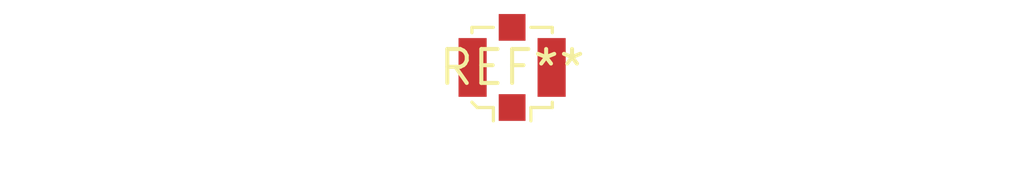
<source format=kicad_pcb>
(kicad_pcb (version 20240108) (generator pcbnew)
  (layers (0 "F.Cu" signal) (31 "B.Cu" signal) (34 "B.Paste" user) (35 "F.Paste" user) (36 "B.SilkS" user "B.Silkscreen") (37 "F.SilkS" user "F.Silkscreen") (38 "B.Mask" user) (39 "F.Mask" user) (44 "Edge.Cuts" user))
  (net 0 "")
  (footprint "U.FL_Molex_MCRF_73412-0110_Vertical" (layer "F.Cu") (at 0 0)
    (property "Reference" "REF**")
    (property "Value" "U.FL_Molex_MCRF_73412-0110_Vertical")
    (fp_line (start -1.5 -1.5) (end -0.7 -1.5) (layer "F.SilkS") (stroke (width 0.12)))
    (fp_line (start -1.5 -1.3) (end -1.5 -1.5) (layer "F.SilkS") (stroke (width 0.12)))
    (fp_line (start -1.3 1.5) (end -1.5 1.3) (layer "F.SilkS") (stroke (width 0.12)))
    (fp_line (start -0.7 1.5) (end -1.3 1.5) (layer "F.SilkS") (stroke (width 0.12)))
    (fp_line (start -0.7 1.5) (end -0.7 2) (layer "F.SilkS") (stroke (width 0.12)))
    (fp_line (start 0.7 -1.5) (end 1.5 -1.5) (layer "F.SilkS") (stroke (width 0.12)))
    (fp_line (start 0.7 1.5) (end 0.7 2) (layer "F.SilkS") (stroke (width 0.12)))
    (fp_line (start 1.5 -1.5) (end 1.5 -1.3) (layer "F.SilkS") (stroke (width 0.12)))
    (fp_line (start 1.5 1.3) (end 1.5 1.5) (layer "F.SilkS") (stroke (width 0.12)))
    (fp_line (start 1.5 1.5) (end 0.7 1.5) (layer "F.SilkS") (stroke (width 0.12)))
    (pad "1" smd rect (at 0 1.5) (size 1 1) (layers "F.Cu" "F.Paste" "F.Mask"))
    (pad "2" smd rect (at -1.475 0) (size 1.05 2.2) (layers "F.Cu" "F.Paste" "F.Mask"))
    (pad "2" smd rect (at 0 -1.5) (size 1 1) (layers "F.Cu" "F.Paste" "F.Mask"))
    (pad "2" smd rect (at 1.475 0) (size 1.05 2.2) (layers "F.Cu" "F.Paste" "F.Mask"))
  )
)
</source>
